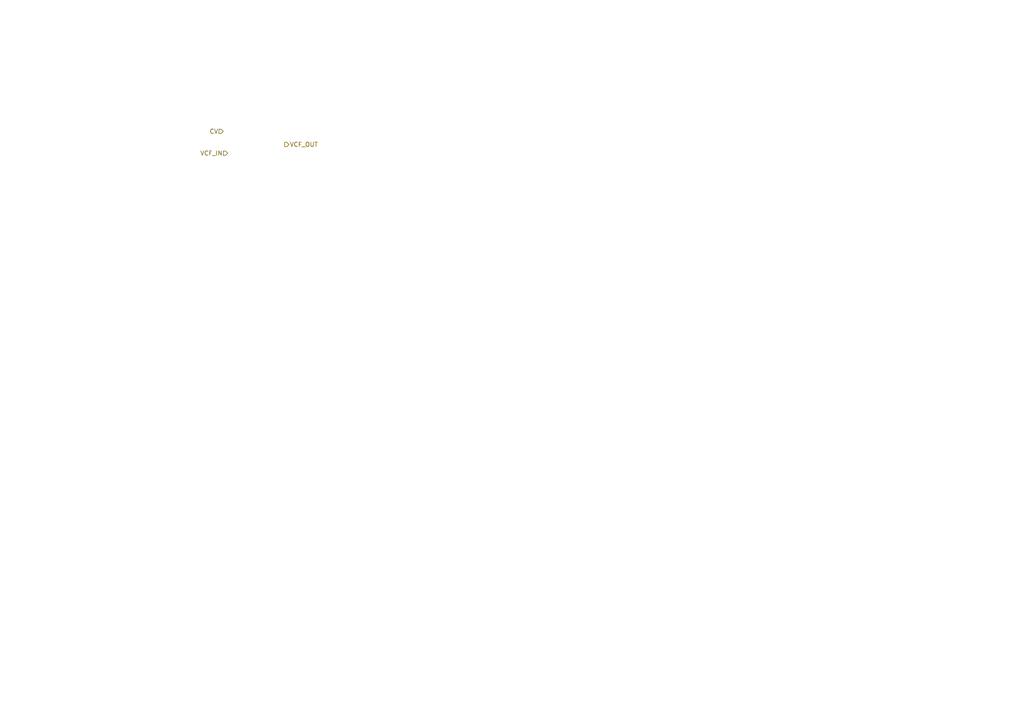
<source format=kicad_sch>
(kicad_sch
	(version 20250114)
	(generator "eeschema")
	(generator_version "9.0")
	(uuid "dfc46179-223a-4bdb-9a3f-069fbeac9f5c")
	(paper "A4")
	(lib_symbols)
	(hierarchical_label "CV"
		(shape input)
		(at 64.77 38.1 180)
		(effects
			(font
				(size 1.27 1.27)
			)
			(justify right)
		)
		(uuid "38d49a83-2c1e-402a-88ac-0f6e8c45b310")
	)
	(hierarchical_label "VCF_IN"
		(shape input)
		(at 66.04 44.45 180)
		(effects
			(font
				(size 1.27 1.27)
			)
			(justify right)
		)
		(uuid "579d0545-d21e-483c-b4f8-b8ba15ba699b")
	)
	(hierarchical_label "VCF_OUT"
		(shape output)
		(at 82.55 41.91 0)
		(effects
			(font
				(size 1.27 1.27)
			)
			(justify left)
		)
		(uuid "762737de-d13e-422d-b04a-82d3a1ebf1f2")
	)
)

</source>
